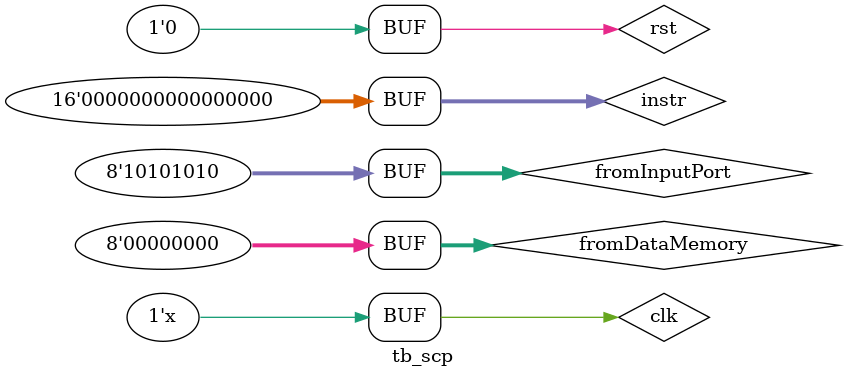
<source format=v>
`timescale 1ns / 1ps


module tb_scp;

	// Inputs
	reg clk;
	reg rst;
	reg [15:0] instr;
	reg [7:0] fromInputPort;
	reg [7:0] fromDataMemory;

	// Outputs
	wire [7:0] pc;
	wire [7:0] toOutputPort;
	wire [7:0] toDataMemoryAddress;
	wire [7:0] toDataMemory;
	wire outWrite;
	wire memWrite;

	// Instantiate the Unit Under Test (UUT)
	scp uut (
		.clk(clk), 
		.rst(rst), 
		.instr(instr), 
		.fromInputPort(fromInputPort), 
		.fromDataMemory(fromDataMemory), 
		.pc(pc), 
		.toOutputPort(toOutputPort), 
		.toDataMemoryAddress(toDataMemoryAddress), 
		.toDataMemory(toDataMemory), 
		.outWrite(outWrite), 
		.memWrite(memWrite)
	);

	initial begin
		// Initialize Inputs
		clk = 0;
		rst = 0;
		instr = 0;
		fromInputPort = 0;
		fromDataMemory = 0;

		// Wait 100 ns for global reset to finish
		#100;
        rst = 1;
        #50;
        rst = 0;
        #100;
        
        // nop
        instr = 16'h0000;
        #50;
        
        // Load data into registers        
        
        // R0 <- 2
        instr = 16'h02F0;
        #50;
        
        // R1 <- 4
        instr = 16'h04F4;
        #50;
        
        // R2 <- 8
        instr = 16'h08F8;
        #50;
        
        // R3 <- A
        instr = 16'h0AFC;
        #50;
        
        // Store register data into memory
        // (no memory is attached but watch toDataMemory & toDataMemoryAddress)
        
        // Mem[0] <- R0
        instr = 16'h00E0;
        #50;
        
        // Mem[1] <- R1
        instr = 16'h01E4;
        #50;
        
        // Mem[2] <- R2
        instr = 16'h02E8;
        #50;
        
        // Mem[3] <- R3
        instr = 16'h03EC;
        #50;
        
        // ALU Operations
        
        // R0 <- R0 + R1 = 6
        instr = 16'h0011;
        #50;        
        // R0 <- R0 + R2 = 14
        instr = 16'h0012;
        #50;        
        // R0 <- R0 - R3 = 4
        instr = 16'h0023;
        #50;        
        // R0 <- R0 NAND R1 = FB
        instr = 16'h0031;
        #50;        
        // R0 <- R0 << 1 = F6
        instr = 16'h0040;
        #50;        
        // R0 <- R0 >> 1 = 7B
        instr = 16'h0050;
        #50;
        
        // Port Transfers 
        // (no output port connected but watch outWrite & toOutputPort)
        
        // OUT <- R0 
        instr = 16'h0060;
        #50;        
        // R0 <- IN
        fromInputPort = 8'hAA;        
        instr = 16'h0070;
        #50;
        
        // Move
        
        // R0 <- R2 = 8
        instr = 16'h0082;
        #50;
        
        // Branch Instructions
                   
        // should set pc to 02
        instr = 16'h0290;
        #50;
        
        // branch if zero
        // R0 <- 1
        instr = 16'h01F0;
        #50;
        // R1 <- 1
        instr = 16'h01F4;
        #50;
        // R0 <- R0 - R1 = 0
        instr = 16'h0021;
        #50;
        // brz: set pc to 0A
        instr = 16'h0AA0;
        #50;        
        // R0 <- R0 + R1 = 1
        instr = 16'h0011;
        #50;
         // brz: z != 0, should not set pc to 0F
        instr = 16'h0FA0;
        #50;
        
        // branch if negative
        // R0 <- 1
        instr = 16'h01F0;
        #50;
        // R1 <- 2
        instr = 16'h02F4;
        #50;
        // R0 <- R0 - R1 = -1
        instr = 16'h0021;
        #50;
        // brn: set pc to 88
        instr = 16'h88A8;
        #50;        
        // R0 <- R0 + R1 = 1
        instr = 16'h0011;
        #50;
         // brn: n != 0, should not set pc to EE
        instr = 16'hEEA8;
        #50;
        
        // branch to subroutine
        // LR <- pc + 2, PC = 55;
        instr = 16'h55B0; 
        #50;
        
        // pretend we're in a subroutine
        // watch the pc increment
        instr = 16'h0000;
        #200;
        
        // return
        // PC <- LR
        instr = 16'h00C0;
        
        
        
        
		// nop               
        #50;
        instr = 16'h0000;
        #50;

	end
    
    always begin
        #25 clk = ~clk;
    end;
      
endmodule


</source>
